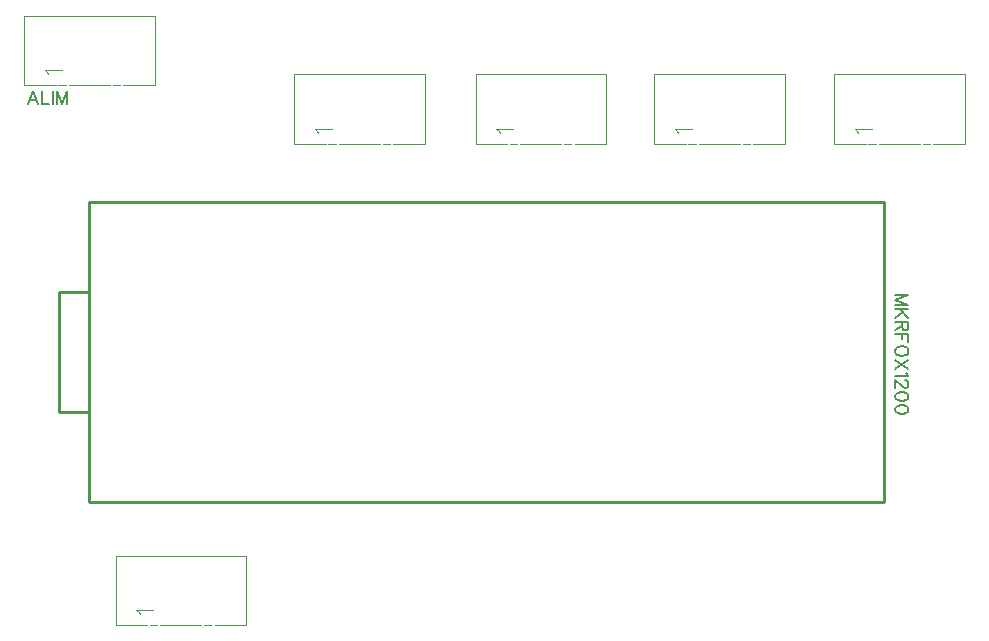
<source format=gto>
G04 Layer: TopSilkLayer*
G04 EasyEDA v6.4.25, 2021-11-24T08:33:18+01:00*
G04 bd25dea3b5db44dbbe4f44f780b62c0e,10*
G04 Gerber Generator version 0.2*
G04 Scale: 100 percent, Rotated: No, Reflected: No *
G04 Dimensions in millimeters *
G04 leading zeros omitted , absolute positions ,4 integer and 5 decimal *
%FSLAX45Y45*%
%MOMM*%

%ADD10C,0.2540*%
%ADD18C,0.1200*%
%ADD19C,0.1524*%

%LPD*%
D19*
X10442956Y9043415D02*
G01*
X10401300Y8934450D01*
X10442956Y9043415D02*
G01*
X10484358Y8934450D01*
X10416793Y8970771D02*
G01*
X10468863Y8970771D01*
X10518647Y9043415D02*
G01*
X10518647Y8934450D01*
X10518647Y8934450D02*
G01*
X10581131Y8934450D01*
X10615422Y9043415D02*
G01*
X10615422Y8934450D01*
X10649711Y9043415D02*
G01*
X10649711Y8934450D01*
X10649711Y9043415D02*
G01*
X10691113Y8934450D01*
X10732770Y9043415D02*
G01*
X10691113Y8934450D01*
X10732770Y9043415D02*
G01*
X10732770Y8934450D01*
D18*
X10575010Y9185910D02*
G01*
X10568152Y9199626D01*
X10547578Y9219945D01*
X10690834Y9219945D01*
X11349710Y4613910D02*
G01*
X11342852Y4627626D01*
X11322278Y4647945D01*
X11465534Y4647945D01*
X17433010Y8690610D02*
G01*
X17426152Y8704326D01*
X17405578Y8724645D01*
X17548834Y8724645D01*
D19*
X17857216Y7315200D02*
G01*
X17748250Y7315200D01*
X17857216Y7315200D02*
G01*
X17748250Y7273544D01*
X17857216Y7232142D02*
G01*
X17748250Y7273544D01*
X17857216Y7232142D02*
G01*
X17748250Y7232142D01*
X17857216Y7197852D02*
G01*
X17748250Y7197852D01*
X17857216Y7124954D02*
G01*
X17784572Y7197852D01*
X17810479Y7171689D02*
G01*
X17748250Y7124954D01*
X17857216Y7090663D02*
G01*
X17748250Y7090663D01*
X17857216Y7090663D02*
G01*
X17857216Y7043928D01*
X17852136Y7028434D01*
X17846802Y7023100D01*
X17836388Y7018020D01*
X17825974Y7018020D01*
X17815559Y7023100D01*
X17810479Y7028434D01*
X17805400Y7043928D01*
X17805400Y7090663D01*
X17805400Y7054342D02*
G01*
X17748250Y7018020D01*
X17857216Y6983729D02*
G01*
X17748250Y6983729D01*
X17857216Y6983729D02*
G01*
X17857216Y6916165D01*
X17805400Y6983729D02*
G01*
X17805400Y6942073D01*
X17857216Y6850634D02*
G01*
X17852136Y6861047D01*
X17841722Y6871462D01*
X17831308Y6876795D01*
X17815559Y6881876D01*
X17789652Y6881876D01*
X17774158Y6876795D01*
X17763743Y6871462D01*
X17753329Y6861047D01*
X17748250Y6850634D01*
X17748250Y6830060D01*
X17753329Y6819645D01*
X17763743Y6809231D01*
X17774158Y6803897D01*
X17789652Y6798818D01*
X17815559Y6798818D01*
X17831308Y6803897D01*
X17841722Y6809231D01*
X17852136Y6819645D01*
X17857216Y6830060D01*
X17857216Y6850634D01*
X17857216Y6764528D02*
G01*
X17748250Y6691629D01*
X17857216Y6691629D02*
G01*
X17748250Y6764528D01*
X17836388Y6657339D02*
G01*
X17841722Y6647179D01*
X17857216Y6631431D01*
X17748250Y6631431D01*
X17831308Y6592062D02*
G01*
X17836388Y6592062D01*
X17846802Y6586728D01*
X17852136Y6581647D01*
X17857216Y6571234D01*
X17857216Y6550405D01*
X17852136Y6539992D01*
X17846802Y6534912D01*
X17836388Y6529578D01*
X17825974Y6529578D01*
X17815559Y6534912D01*
X17800066Y6545326D01*
X17748250Y6597142D01*
X17748250Y6524497D01*
X17857216Y6458965D02*
G01*
X17852136Y6474460D01*
X17836388Y6484873D01*
X17810479Y6490207D01*
X17794986Y6490207D01*
X17768824Y6484873D01*
X17753329Y6474460D01*
X17748250Y6458965D01*
X17748250Y6448552D01*
X17753329Y6433057D01*
X17768824Y6422644D01*
X17794986Y6417310D01*
X17810479Y6417310D01*
X17836388Y6422644D01*
X17852136Y6433057D01*
X17857216Y6448552D01*
X17857216Y6458965D01*
X17857216Y6352031D02*
G01*
X17852136Y6367526D01*
X17836388Y6377939D01*
X17810479Y6383020D01*
X17794986Y6383020D01*
X17768824Y6377939D01*
X17753329Y6367526D01*
X17748250Y6352031D01*
X17748250Y6341618D01*
X17753329Y6325870D01*
X17768824Y6315710D01*
X17794986Y6310376D01*
X17810479Y6310376D01*
X17836388Y6315710D01*
X17852136Y6325870D01*
X17857216Y6341618D01*
X17857216Y6352031D01*
D18*
X12861010Y8690610D02*
G01*
X12854152Y8704326D01*
X12833578Y8724645D01*
X12976834Y8724645D01*
X14397710Y8690610D02*
G01*
X14390852Y8704326D01*
X14370278Y8724645D01*
X14513534Y8724645D01*
X15909010Y8690610D02*
G01*
X15902152Y8704326D01*
X15881578Y8724645D01*
X16024834Y8724645D01*
X11122126Y9093454D02*
G01*
X11182070Y9093454D01*
X10661878Y9093454D02*
G01*
X10722076Y9093454D01*
X10636986Y9093454D02*
G01*
X10372064Y9093454D01*
X10372064Y9678415D01*
X11476964Y9678415D01*
X11476964Y9093454D01*
X11212042Y9093454D01*
X10746968Y9093454D02*
G01*
X11096980Y9093454D01*
X11896826Y4521454D02*
G01*
X11956770Y4521454D01*
X11436578Y4521454D02*
G01*
X11496776Y4521454D01*
X11411686Y4521454D02*
G01*
X11146764Y4521454D01*
X11146764Y5106415D01*
X12251664Y5106415D01*
X12251664Y4521454D01*
X11986742Y4521454D01*
X11521668Y4521454D02*
G01*
X11871680Y4521454D01*
X17980126Y8598154D02*
G01*
X18040070Y8598154D01*
X17519878Y8598154D02*
G01*
X17580076Y8598154D01*
X17494986Y8598154D02*
G01*
X17230064Y8598154D01*
X17230064Y9183115D01*
X18334964Y9183115D01*
X18334964Y8598154D01*
X18070042Y8598154D01*
X17604968Y8598154D02*
G01*
X17954980Y8598154D01*
D10*
X10922000Y7340600D02*
G01*
X10922000Y6324600D01*
X10668000Y6324600D01*
X10668000Y7340600D01*
X10922000Y7340600D01*
X17653000Y8102600D02*
G01*
X17653000Y5562600D01*
X10922000Y5562600D01*
X10922000Y8102600D01*
X17653000Y8102600D01*
D18*
X13408126Y8598154D02*
G01*
X13468070Y8598154D01*
X12947878Y8598154D02*
G01*
X13008076Y8598154D01*
X12922986Y8598154D02*
G01*
X12658064Y8598154D01*
X12658064Y9183115D01*
X13762964Y9183115D01*
X13762964Y8598154D01*
X13498042Y8598154D01*
X13032968Y8598154D02*
G01*
X13382980Y8598154D01*
X14944826Y8598154D02*
G01*
X15004770Y8598154D01*
X14484578Y8598154D02*
G01*
X14544776Y8598154D01*
X14459686Y8598154D02*
G01*
X14194764Y8598154D01*
X14194764Y9183115D01*
X15299664Y9183115D01*
X15299664Y8598154D01*
X15034742Y8598154D01*
X14569668Y8598154D02*
G01*
X14919680Y8598154D01*
X16456126Y8598154D02*
G01*
X16516070Y8598154D01*
X15995878Y8598154D02*
G01*
X16056076Y8598154D01*
X15970986Y8598154D02*
G01*
X15706064Y8598154D01*
X15706064Y9183115D01*
X16810964Y9183115D01*
X16810964Y8598154D01*
X16546042Y8598154D01*
X16080968Y8598154D02*
G01*
X16430980Y8598154D01*
M02*

</source>
